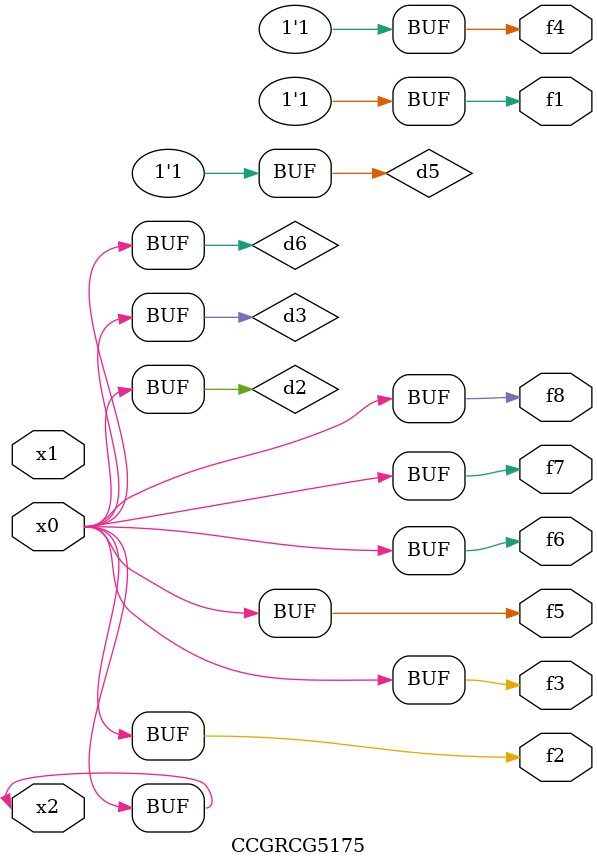
<source format=v>
module CCGRCG5175(
	input x0, x1, x2,
	output f1, f2, f3, f4, f5, f6, f7, f8
);

	wire d1, d2, d3, d4, d5, d6;

	xnor (d1, x2);
	buf (d2, x0, x2);
	and (d3, x0);
	xnor (d4, x1, x2);
	nand (d5, d1, d3);
	buf (d6, d2, d3);
	assign f1 = d5;
	assign f2 = d6;
	assign f3 = d6;
	assign f4 = d5;
	assign f5 = d6;
	assign f6 = d6;
	assign f7 = d6;
	assign f8 = d6;
endmodule

</source>
